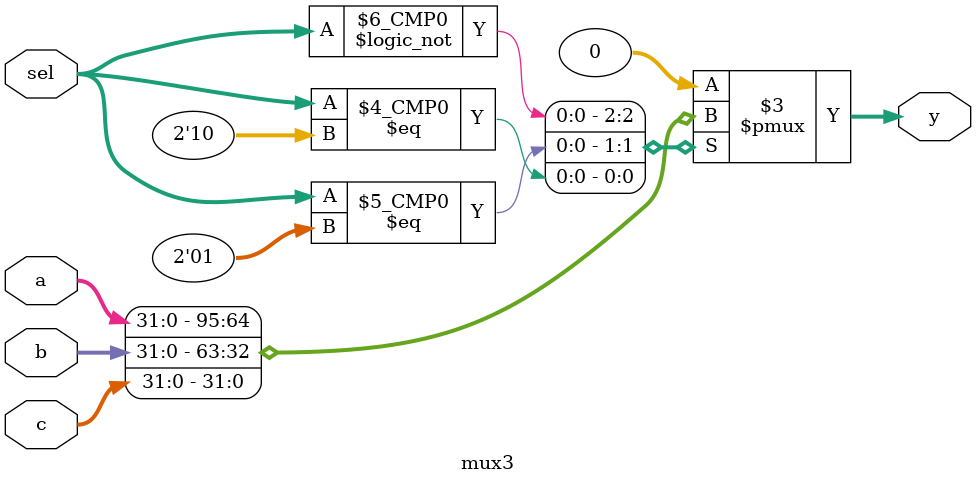
<source format=sv>
`timescale 1ns / 1ps
module mux3(
  input [1:0]sel,
  input  [31:0] a,
  input  [31:0] b, 
  input  [31:0] c, 
  output logic [31:0] y
);
  
always @(*)
  begin
    case(sel)
      2'b00 : y = a;
      2'b01 : y = b;
      2'b10 : y = c;
      default : y = 0;
    endcase
  end   
endmodule
</source>
